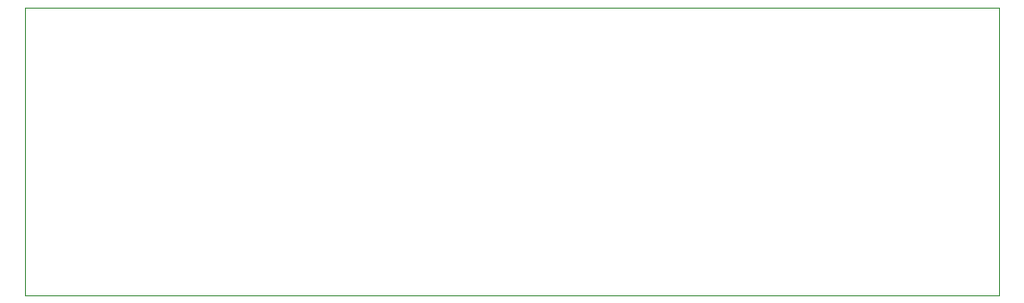
<source format=gm1>
G04 #@! TF.GenerationSoftware,KiCad,Pcbnew,(6.99.0-1603-g82820d4b1c)*
G04 #@! TF.CreationDate,2022-06-17T10:59:49+02:00*
G04 #@! TF.ProjectId,BalthazarPSU3,42616c74-6861-47a6-9172-505355332e6b,rev?*
G04 #@! TF.SameCoordinates,Original*
G04 #@! TF.FileFunction,Profile,NP*
%FSLAX46Y46*%
G04 Gerber Fmt 4.6, Leading zero omitted, Abs format (unit mm)*
G04 Created by KiCad (PCBNEW (6.99.0-1603-g82820d4b1c)) date 2022-06-17 10:59:49*
%MOMM*%
%LPD*%
G01*
G04 APERTURE LIST*
G04 #@! TA.AperFunction,Profile*
%ADD10C,0.100000*%
G04 #@! TD*
G04 APERTURE END LIST*
D10*
X186690000Y-58039000D02*
X100838000Y-58039000D01*
X100838000Y-83439000D02*
X186690000Y-83439000D01*
X186690000Y-83439000D02*
X186690000Y-58039000D01*
X100838000Y-58039000D02*
X100838000Y-83439000D01*
M02*

</source>
